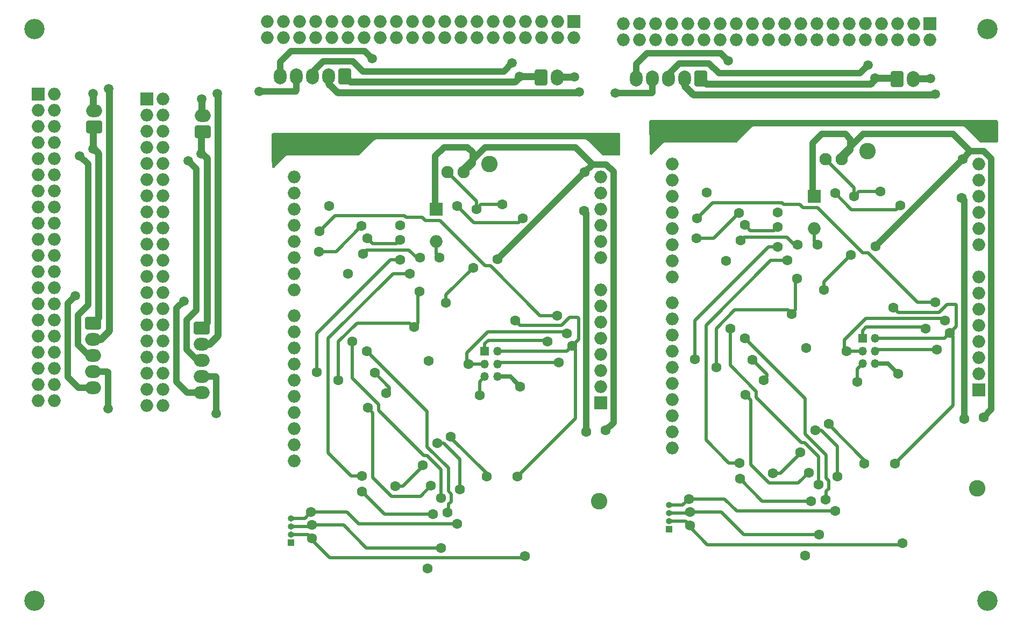
<source format=gbr>
%TF.GenerationSoftware,KiCad,Pcbnew,(6.0.5)*%
%TF.CreationDate,2022-06-30T10:20:44+01:00*%
%TF.ProjectId,Intern_PCB_FAB,496e7465-726e-45f5-9043-425f4641422e,rev?*%
%TF.SameCoordinates,Original*%
%TF.FileFunction,Copper,L2,Bot*%
%TF.FilePolarity,Positive*%
%FSLAX46Y46*%
G04 Gerber Fmt 4.6, Leading zero omitted, Abs format (unit mm)*
G04 Created by KiCad (PCBNEW (6.0.5)) date 2022-06-30 10:20:44*
%MOMM*%
%LPD*%
G01*
G04 APERTURE LIST*
G04 Aperture macros list*
%AMRoundRect*
0 Rectangle with rounded corners*
0 $1 Rounding radius*
0 $2 $3 $4 $5 $6 $7 $8 $9 X,Y pos of 4 corners*
0 Add a 4 corners polygon primitive as box body*
4,1,4,$2,$3,$4,$5,$6,$7,$8,$9,$2,$3,0*
0 Add four circle primitives for the rounded corners*
1,1,$1+$1,$2,$3*
1,1,$1+$1,$4,$5*
1,1,$1+$1,$6,$7*
1,1,$1+$1,$8,$9*
0 Add four rect primitives between the rounded corners*
20,1,$1+$1,$2,$3,$4,$5,0*
20,1,$1+$1,$4,$5,$6,$7,0*
20,1,$1+$1,$6,$7,$8,$9,0*
20,1,$1+$1,$8,$9,$2,$3,0*%
G04 Aperture macros list end*
%TA.AperFunction,ComponentPad*%
%ADD10C,2.600000*%
%TD*%
%TA.AperFunction,ComponentPad*%
%ADD11RoundRect,0.287356X0.962644X-0.712644X0.962644X0.712644X-0.962644X0.712644X-0.962644X-0.712644X0*%
%TD*%
%TA.AperFunction,ComponentPad*%
%ADD12O,2.500000X2.000000*%
%TD*%
%TA.AperFunction,ComponentPad*%
%ADD13RoundRect,0.287356X-0.712644X-0.962644X0.712644X-0.962644X0.712644X0.962644X-0.712644X0.962644X0*%
%TD*%
%TA.AperFunction,ComponentPad*%
%ADD14O,2.000000X2.500000*%
%TD*%
%TA.AperFunction,ComponentPad*%
%ADD15R,2.000000X2.000000*%
%TD*%
%TA.AperFunction,ComponentPad*%
%ADD16O,2.000000X2.000000*%
%TD*%
%TA.AperFunction,ComponentPad*%
%ADD17RoundRect,0.287356X-0.962644X0.712644X-0.962644X-0.712644X0.962644X-0.712644X0.962644X0.712644X0*%
%TD*%
%TA.AperFunction,ComponentPad*%
%ADD18RoundRect,0.287356X0.712644X0.962644X-0.712644X0.962644X-0.712644X-0.962644X0.712644X-0.962644X0*%
%TD*%
%TA.AperFunction,ComponentPad*%
%ADD19R,2.100000X2.100000*%
%TD*%
%TA.AperFunction,ComponentPad*%
%ADD20C,1.950000*%
%TD*%
%TA.AperFunction,WasherPad*%
%ADD21C,3.200000*%
%TD*%
%TA.AperFunction,ComponentPad*%
%ADD22R,1.350000X1.350000*%
%TD*%
%TA.AperFunction,ComponentPad*%
%ADD23O,1.350000X1.350000*%
%TD*%
%TA.AperFunction,ComponentPad*%
%ADD24R,1.000000X1.000000*%
%TD*%
%TA.AperFunction,ComponentPad*%
%ADD25O,1.000000X1.000000*%
%TD*%
%TA.AperFunction,ViaPad*%
%ADD26C,1.600000*%
%TD*%
%TA.AperFunction,ViaPad*%
%ADD27C,1.500000*%
%TD*%
%TA.AperFunction,Conductor*%
%ADD28C,1.000000*%
%TD*%
%TA.AperFunction,Conductor*%
%ADD29C,0.500000*%
%TD*%
%TA.AperFunction,Conductor*%
%ADD30C,1.100000*%
%TD*%
%TA.AperFunction,Conductor*%
%ADD31C,0.350000*%
%TD*%
%TA.AperFunction,Conductor*%
%ADD32C,1.300000*%
%TD*%
%TA.AperFunction,Conductor*%
%ADD33C,0.650000*%
%TD*%
G04 APERTURE END LIST*
D10*
%TO.P,J5,1,Pin_1*%
%TO.N,N/C*%
X228686111Y-126725560D03*
%TD*%
%TO.P,J7,1,Pin_1*%
%TO.N,N/C*%
X211414111Y-73639560D03*
%TD*%
D11*
%TO.P,J1,1,Pin_1*%
%TO.N,N/C*%
X106758111Y-70604560D03*
D12*
%TO.P,J1,2,Pin_2*%
X106758111Y-68064560D03*
%TD*%
D13*
%TO.P,J1,1,Pin_1*%
%TO.N,N/C*%
X216110965Y-62334540D03*
D14*
%TO.P,J1,2,Pin_2*%
X218650965Y-62334540D03*
%TD*%
D15*
%TO.P,D4,1,A*%
%TO.N,N/C*%
X203032111Y-80751560D03*
D16*
%TO.P,D4,2,K*%
X203032111Y-85831560D03*
%TD*%
D17*
%TO.P,J2,1,Pin_1*%
%TO.N,N/C*%
X106592111Y-101510560D03*
D12*
%TO.P,J2,2,Pin_2*%
X106592111Y-104050560D03*
%TO.P,J2,3,Pin_3*%
X106592111Y-106590560D03*
%TO.P,J2,4,Pin_4*%
X106592111Y-109130560D03*
%TO.P,J2,5,Pin_5*%
X106592111Y-111670560D03*
%TD*%
D18*
%TO.P,J2,1,Pin_1*%
%TO.N,N/C*%
X129165111Y-61859560D03*
D14*
%TO.P,J2,2,Pin_2*%
X126625111Y-61859560D03*
%TO.P,J2,3,Pin_3*%
X124085111Y-61859560D03*
%TO.P,J2,4,Pin_4*%
X121545111Y-61859560D03*
%TO.P,J2,5,Pin_5*%
X119005111Y-61859560D03*
%TD*%
D19*
%TO.P,J3,1,3V3*%
%TO.N,N/C*%
X80890455Y-64647735D03*
D16*
%TO.P,J3,2,5V*%
X83430455Y-64647735D03*
%TO.P,J3,3,SDA/GPIO2*%
X80890455Y-67187735D03*
%TO.P,J3,4,5V*%
X83430455Y-67187735D03*
%TO.P,J3,5,SCL/GPIO3*%
X80890455Y-69727735D03*
%TO.P,J3,6,GND*%
X83430455Y-69727735D03*
%TO.P,J3,7,GCLK0/GPIO4*%
X80890455Y-72267735D03*
%TO.P,J3,8,GPIO14/TXD*%
X83430455Y-72267735D03*
%TO.P,J3,9,GND*%
X80890455Y-74807735D03*
%TO.P,J3,10,GPIO15/RXD*%
X83430455Y-74807735D03*
%TO.P,J3,11,GPIO17*%
X80890455Y-77347735D03*
%TO.P,J3,12,GPIO18/PWM0*%
X83430455Y-77347735D03*
%TO.P,J3,13,GPIO27*%
X80890455Y-79887735D03*
%TO.P,J3,14,GND*%
X83430455Y-79887735D03*
%TO.P,J3,15,GPIO22*%
X80890455Y-82427735D03*
%TO.P,J3,16,GPIO23*%
X83430455Y-82427735D03*
%TO.P,J3,17,3V3*%
X80890455Y-84967735D03*
%TO.P,J3,18,GPIO24*%
X83430455Y-84967735D03*
%TO.P,J3,19,MOSI0/GPIO10*%
X80890455Y-87507735D03*
%TO.P,J3,20,GND*%
X83430455Y-87507735D03*
%TO.P,J3,21,MISO0/GPIO9*%
X80890455Y-90047735D03*
%TO.P,J3,22,GPIO25*%
X83430455Y-90047735D03*
%TO.P,J3,23,SCLK0/GPIO11*%
X80890455Y-92587735D03*
%TO.P,J3,24,~{CE0}/GPIO8*%
X83430455Y-92587735D03*
%TO.P,J3,25,GND*%
X80890455Y-95127735D03*
%TO.P,J3,26,~{CE1}/GPIO7*%
X83430455Y-95127735D03*
%TO.P,J3,27,ID_SD/GPIO0*%
X80890455Y-97667735D03*
%TO.P,J3,28,ID_SC/GPIO1*%
X83430455Y-97667735D03*
%TO.P,J3,29,GCLK1/GPIO5*%
X80890455Y-100207735D03*
%TO.P,J3,30,GND*%
X83430455Y-100207735D03*
%TO.P,J3,31,GCLK2/GPIO6*%
X80890455Y-102747735D03*
%TO.P,J3,32,PWM0/GPIO12*%
X83430455Y-102747735D03*
%TO.P,J3,33,PWM1/GPIO13*%
X80890455Y-105287735D03*
%TO.P,J3,34,GND*%
X83430455Y-105287735D03*
%TO.P,J3,35,GPIO19/MISO1*%
X80890455Y-107827735D03*
%TO.P,J3,36,GPIO16*%
X83430455Y-107827735D03*
%TO.P,J3,37,GPIO26*%
X80890455Y-110367735D03*
%TO.P,J3,38,GPIO20/MOSI1*%
X83430455Y-110367735D03*
%TO.P,J3,39,GND*%
X80890455Y-112907735D03*
%TO.P,J3,40,GPIO21/SCLK1*%
X83430455Y-112907735D03*
%TD*%
D20*
%TO.P,J2,1,Pin_1*%
%TO.N,N/C*%
X147894111Y-76961600D03*
%TO.P,J2,2,Pin_2*%
X145354111Y-76961600D03*
%TD*%
D15*
%TO.P,A1,1,NC*%
%TO.N,N/C*%
X228940111Y-111231560D03*
D16*
%TO.P,A1,2,IOREF*%
X228940111Y-108691560D03*
%TO.P,A1,3,~{RESET}*%
X228940111Y-106151560D03*
%TO.P,A1,4,3V3*%
X228940111Y-103611560D03*
%TO.P,A1,5,5V*%
X228940111Y-101071560D03*
%TO.P,A1,6,GND*%
X228940111Y-98531560D03*
%TO.P,A1,7,GND*%
X228940111Y-95991560D03*
%TO.P,A1,8,Vin*%
X228940111Y-93451560D03*
%TO.P,A1,9,IS_1*%
X228940111Y-88371560D03*
%TO.P,A1,10,IS_2*%
X228940111Y-85831560D03*
%TO.P,A1,11,A2*%
X228940111Y-83291560D03*
%TO.P,A1,12,A3*%
X228940111Y-80751560D03*
%TO.P,A1,13,A4*%
X228940111Y-78211560D03*
%TO.P,A1,14,A5*%
X228940111Y-75671560D03*
%TO.P,A1,15,D0/RX*%
X180680111Y-75671560D03*
%TO.P,A1,16,D1/TX*%
X180680111Y-78211560D03*
%TO.P,A1,17,D2*%
X180680111Y-80751560D03*
%TO.P,A1,18,IN_1*%
X180680111Y-83291560D03*
%TO.P,A1,19,D4*%
X180680111Y-85831560D03*
%TO.P,A1,20,D5*%
X180680111Y-88371560D03*
%TO.P,A1,21,D6*%
X180680111Y-90911560D03*
%TO.P,A1,22,D7*%
X180680111Y-93451560D03*
%TO.P,A1,23,D8*%
X180680111Y-97511560D03*
%TO.P,A1,24,D9*%
X180680111Y-100051560D03*
%TO.P,A1,25,D10*%
X180680111Y-102591560D03*
%TO.P,A1,26,IN_2*%
X180680111Y-105131560D03*
%TO.P,A1,27,INH_1*%
X180680111Y-107671560D03*
%TO.P,A1,28,INH_2*%
X180680111Y-110211560D03*
%TO.P,A1,29,GND*%
X180680111Y-112751560D03*
%TO.P,A1,30,AREF*%
X180680111Y-115291560D03*
%TO.P,A1,31,SDA/A4*%
X180680111Y-117831560D03*
%TO.P,A1,32,SCL/A5*%
X180680111Y-120371560D03*
%TD*%
D19*
%TO.P,J3,1,3V3*%
%TO.N,N/C*%
X165244111Y-53241560D03*
D16*
%TO.P,J3,2,5V*%
X165244111Y-55781560D03*
%TO.P,J3,3,SDA/GPIO2*%
X162704111Y-53241560D03*
%TO.P,J3,4,5V*%
X162704111Y-55781560D03*
%TO.P,J3,5,SCL/GPIO3*%
X160164111Y-53241560D03*
%TO.P,J3,6,GND*%
X160164111Y-55781560D03*
%TO.P,J3,7,GCLK0/GPIO4*%
X157624111Y-53241560D03*
%TO.P,J3,8,GPIO14/TXD*%
X157624111Y-55781560D03*
%TO.P,J3,9,GND*%
X155084111Y-53241560D03*
%TO.P,J3,10,GPIO15/RXD*%
X155084111Y-55781560D03*
%TO.P,J3,11,GPIO17*%
X152544111Y-53241560D03*
%TO.P,J3,12,GPIO18/PWM0*%
X152544111Y-55781560D03*
%TO.P,J3,13,GPIO27*%
X150004111Y-53241560D03*
%TO.P,J3,14,GND*%
X150004111Y-55781560D03*
%TO.P,J3,15,GPIO22*%
X147464111Y-53241560D03*
%TO.P,J3,16,GPIO23*%
X147464111Y-55781560D03*
%TO.P,J3,17,3V3*%
X144924111Y-53241560D03*
%TO.P,J3,18,GPIO24*%
X144924111Y-55781560D03*
%TO.P,J3,19,MOSI0/GPIO10*%
X142384111Y-53241560D03*
%TO.P,J3,20,GND*%
X142384111Y-55781560D03*
%TO.P,J3,21,MISO0/GPIO9*%
X139844111Y-53241560D03*
%TO.P,J3,22,GPIO25*%
X139844111Y-55781560D03*
%TO.P,J3,23,SCLK0/GPIO11*%
X137304111Y-53241560D03*
%TO.P,J3,24,~{CE0}/GPIO8*%
X137304111Y-55781560D03*
%TO.P,J3,25,GND*%
X134764111Y-53241560D03*
%TO.P,J3,26,~{CE1}/GPIO7*%
X134764111Y-55781560D03*
%TO.P,J3,27,ID_SD/GPIO0*%
X132224111Y-53241560D03*
%TO.P,J3,28,ID_SC/GPIO1*%
X132224111Y-55781560D03*
%TO.P,J3,29,GCLK1/GPIO5*%
X129684111Y-53241560D03*
%TO.P,J3,30,GND*%
X129684111Y-55781560D03*
%TO.P,J3,31,GCLK2/GPIO6*%
X127144111Y-53241560D03*
%TO.P,J3,32,PWM0/GPIO12*%
X127144111Y-55781560D03*
%TO.P,J3,33,PWM1/GPIO13*%
X124604111Y-53241560D03*
%TO.P,J3,34,GND*%
X124604111Y-55781560D03*
%TO.P,J3,35,GPIO19/MISO1*%
X122064111Y-53241560D03*
%TO.P,J3,36,GPIO16*%
X122064111Y-55781560D03*
%TO.P,J3,37,GPIO26*%
X119524111Y-53241560D03*
%TO.P,J3,38,GPIO20/MOSI1*%
X119524111Y-55781560D03*
%TO.P,J3,39,GND*%
X116984111Y-53241560D03*
%TO.P,J3,40,GPIO21/SCLK1*%
X116984111Y-55781560D03*
%TD*%
D20*
%TO.P,J2,1,Pin_1*%
%TO.N,N/C*%
X207350111Y-74909560D03*
%TO.P,J2,2,Pin_2*%
X204810111Y-74909560D03*
%TD*%
D17*
%TO.P,J2,1,Pin_1*%
%TO.N,N/C*%
X89508455Y-100726735D03*
D12*
%TO.P,J2,2,Pin_2*%
X89508455Y-103266735D03*
%TO.P,J2,3,Pin_3*%
X89508455Y-105806735D03*
%TO.P,J2,4,Pin_4*%
X89508455Y-108346735D03*
%TO.P,J2,5,Pin_5*%
X89508455Y-110886735D03*
%TD*%
D13*
%TO.P,J1,1,Pin_1*%
%TO.N,N/C*%
X160071111Y-62025560D03*
D14*
%TO.P,J1,2,Pin_2*%
X162611111Y-62025560D03*
%TD*%
D11*
%TO.P,J1,1,Pin_1*%
%TO.N,N/C*%
X89674455Y-69820735D03*
D12*
%TO.P,J1,2,Pin_2*%
X89674455Y-67280735D03*
%TD*%
D15*
%TO.P,D4,1,A*%
%TO.N,N/C*%
X143576111Y-82803600D03*
D16*
%TO.P,D4,2,K*%
X143576111Y-87883600D03*
%TD*%
D21*
%TO.P,REF\u002A\u002A,*%
%TO.N,*%
X80314111Y-144451560D03*
%TD*%
%TO.P,REF\u002A\u002A,*%
%TO.N,*%
X230314111Y-54451560D03*
%TD*%
D10*
%TO.P,J5,1,Pin_1*%
%TO.N,N/C*%
X169230111Y-128777600D03*
%TD*%
D22*
%TO.P,J1,1,MISO*%
%TO.N,N/C*%
X151196111Y-105155600D03*
D23*
%TO.P,J1,2,VCC*%
X153196111Y-105155600D03*
%TO.P,J1,3,SCK*%
X151196111Y-107155600D03*
%TO.P,J1,4,MOSI*%
X153196111Y-107155600D03*
%TO.P,J1,5,~{RST}*%
X151196111Y-109155600D03*
%TO.P,J1,6,GND*%
X153196111Y-109155600D03*
%TD*%
D22*
%TO.P,J1,1,MISO*%
%TO.N,N/C*%
X210652111Y-103103560D03*
D23*
%TO.P,J1,2,VCC*%
X212652111Y-103103560D03*
%TO.P,J1,3,SCK*%
X210652111Y-105103560D03*
%TO.P,J1,4,MOSI*%
X212652111Y-105103560D03*
%TO.P,J1,5,~{RST}*%
X210652111Y-107103560D03*
%TO.P,J1,6,GND*%
X212652111Y-107103560D03*
%TD*%
D24*
%TO.P,J4,1,Pin_1*%
%TO.N,N/C*%
X120716111Y-135249600D03*
D25*
%TO.P,J4,2,Pin_2*%
X120716111Y-133979600D03*
%TO.P,J4,3,Pin_3*%
X120716111Y-132709600D03*
%TO.P,J4,4,Pin_4*%
X120716111Y-131439600D03*
%TD*%
D19*
%TO.P,J3,1,3V3*%
%TO.N,N/C*%
X221283965Y-53550540D03*
D16*
%TO.P,J3,2,5V*%
X221283965Y-56090540D03*
%TO.P,J3,3,SDA/GPIO2*%
X218743965Y-53550540D03*
%TO.P,J3,4,5V*%
X218743965Y-56090540D03*
%TO.P,J3,5,SCL/GPIO3*%
X216203965Y-53550540D03*
%TO.P,J3,6,GND*%
X216203965Y-56090540D03*
%TO.P,J3,7,GCLK0/GPIO4*%
X213663965Y-53550540D03*
%TO.P,J3,8,GPIO14/TXD*%
X213663965Y-56090540D03*
%TO.P,J3,9,GND*%
X211123965Y-53550540D03*
%TO.P,J3,10,GPIO15/RXD*%
X211123965Y-56090540D03*
%TO.P,J3,11,GPIO17*%
X208583965Y-53550540D03*
%TO.P,J3,12,GPIO18/PWM0*%
X208583965Y-56090540D03*
%TO.P,J3,13,GPIO27*%
X206043965Y-53550540D03*
%TO.P,J3,14,GND*%
X206043965Y-56090540D03*
%TO.P,J3,15,GPIO22*%
X203503965Y-53550540D03*
%TO.P,J3,16,GPIO23*%
X203503965Y-56090540D03*
%TO.P,J3,17,3V3*%
X200963965Y-53550540D03*
%TO.P,J3,18,GPIO24*%
X200963965Y-56090540D03*
%TO.P,J3,19,MOSI0/GPIO10*%
X198423965Y-53550540D03*
%TO.P,J3,20,GND*%
X198423965Y-56090540D03*
%TO.P,J3,21,MISO0/GPIO9*%
X195883965Y-53550540D03*
%TO.P,J3,22,GPIO25*%
X195883965Y-56090540D03*
%TO.P,J3,23,SCLK0/GPIO11*%
X193343965Y-53550540D03*
%TO.P,J3,24,~{CE0}/GPIO8*%
X193343965Y-56090540D03*
%TO.P,J3,25,GND*%
X190803965Y-53550540D03*
%TO.P,J3,26,~{CE1}/GPIO7*%
X190803965Y-56090540D03*
%TO.P,J3,27,ID_SD/GPIO0*%
X188263965Y-53550540D03*
%TO.P,J3,28,ID_SC/GPIO1*%
X188263965Y-56090540D03*
%TO.P,J3,29,GCLK1/GPIO5*%
X185723965Y-53550540D03*
%TO.P,J3,30,GND*%
X185723965Y-56090540D03*
%TO.P,J3,31,GCLK2/GPIO6*%
X183183965Y-53550540D03*
%TO.P,J3,32,PWM0/GPIO12*%
X183183965Y-56090540D03*
%TO.P,J3,33,PWM1/GPIO13*%
X180643965Y-53550540D03*
%TO.P,J3,34,GND*%
X180643965Y-56090540D03*
%TO.P,J3,35,GPIO19/MISO1*%
X178103965Y-53550540D03*
%TO.P,J3,36,GPIO16*%
X178103965Y-56090540D03*
%TO.P,J3,37,GPIO26*%
X175563965Y-53550540D03*
%TO.P,J3,38,GPIO20/MOSI1*%
X175563965Y-56090540D03*
%TO.P,J3,39,GND*%
X173023965Y-53550540D03*
%TO.P,J3,40,GPIO21/SCLK1*%
X173023965Y-56090540D03*
%TD*%
D24*
%TO.P,J4,1,Pin_1*%
%TO.N,N/C*%
X180172111Y-133197560D03*
D25*
%TO.P,J4,2,Pin_2*%
X180172111Y-131927560D03*
%TO.P,J4,3,Pin_3*%
X180172111Y-130657560D03*
%TO.P,J4,4,Pin_4*%
X180172111Y-129387560D03*
%TD*%
D21*
%TO.P,REF\u002A\u002A,*%
%TO.N,*%
X80314111Y-54451560D03*
%TD*%
%TO.P,REF\u002A\u002A,*%
%TO.N,*%
X230314111Y-144451560D03*
%TD*%
D18*
%TO.P,J2,1,Pin_1*%
%TO.N,N/C*%
X185204965Y-62168540D03*
D14*
%TO.P,J2,2,Pin_2*%
X182664965Y-62168540D03*
%TO.P,J2,3,Pin_3*%
X180124965Y-62168540D03*
%TO.P,J2,4,Pin_4*%
X177584965Y-62168540D03*
%TO.P,J2,5,Pin_5*%
X175044965Y-62168540D03*
%TD*%
D15*
%TO.P,A1,1,NC*%
%TO.N,N/C*%
X169484111Y-113283600D03*
D16*
%TO.P,A1,2,IOREF*%
X169484111Y-110743600D03*
%TO.P,A1,3,~{RESET}*%
X169484111Y-108203600D03*
%TO.P,A1,4,3V3*%
X169484111Y-105663600D03*
%TO.P,A1,5,5V*%
X169484111Y-103123600D03*
%TO.P,A1,6,GND*%
X169484111Y-100583600D03*
%TO.P,A1,7,GND*%
X169484111Y-98043600D03*
%TO.P,A1,8,Vin*%
X169484111Y-95503600D03*
%TO.P,A1,9,IS_1*%
X169484111Y-90423600D03*
%TO.P,A1,10,IS_2*%
X169484111Y-87883600D03*
%TO.P,A1,11,A2*%
X169484111Y-85343600D03*
%TO.P,A1,12,A3*%
X169484111Y-82803600D03*
%TO.P,A1,13,A4*%
X169484111Y-80263600D03*
%TO.P,A1,14,A5*%
X169484111Y-77723600D03*
%TO.P,A1,15,D0/RX*%
X121224111Y-77723600D03*
%TO.P,A1,16,D1/TX*%
X121224111Y-80263600D03*
%TO.P,A1,17,D2*%
X121224111Y-82803600D03*
%TO.P,A1,18,IN_1*%
X121224111Y-85343600D03*
%TO.P,A1,19,D4*%
X121224111Y-87883600D03*
%TO.P,A1,20,D5*%
X121224111Y-90423600D03*
%TO.P,A1,21,D6*%
X121224111Y-92963600D03*
%TO.P,A1,22,D7*%
X121224111Y-95503600D03*
%TO.P,A1,23,D8*%
X121224111Y-99563600D03*
%TO.P,A1,24,D9*%
X121224111Y-102103600D03*
%TO.P,A1,25,D10*%
X121224111Y-104643600D03*
%TO.P,A1,26,IN_2*%
X121224111Y-107183600D03*
%TO.P,A1,27,INH_1*%
X121224111Y-109723600D03*
%TO.P,A1,28,INH_2*%
X121224111Y-112263600D03*
%TO.P,A1,29,GND*%
X121224111Y-114803600D03*
%TO.P,A1,30,AREF*%
X121224111Y-117343600D03*
%TO.P,A1,31,SDA/A4*%
X121224111Y-119883600D03*
%TO.P,A1,32,SCL/A5*%
X121224111Y-122423600D03*
%TD*%
D19*
%TO.P,J3,1,3V3*%
%TO.N,N/C*%
X97974111Y-65431560D03*
D16*
%TO.P,J3,2,5V*%
X100514111Y-65431560D03*
%TO.P,J3,3,SDA/GPIO2*%
X97974111Y-67971560D03*
%TO.P,J3,4,5V*%
X100514111Y-67971560D03*
%TO.P,J3,5,SCL/GPIO3*%
X97974111Y-70511560D03*
%TO.P,J3,6,GND*%
X100514111Y-70511560D03*
%TO.P,J3,7,GCLK0/GPIO4*%
X97974111Y-73051560D03*
%TO.P,J3,8,GPIO14/TXD*%
X100514111Y-73051560D03*
%TO.P,J3,9,GND*%
X97974111Y-75591560D03*
%TO.P,J3,10,GPIO15/RXD*%
X100514111Y-75591560D03*
%TO.P,J3,11,GPIO17*%
X97974111Y-78131560D03*
%TO.P,J3,12,GPIO18/PWM0*%
X100514111Y-78131560D03*
%TO.P,J3,13,GPIO27*%
X97974111Y-80671560D03*
%TO.P,J3,14,GND*%
X100514111Y-80671560D03*
%TO.P,J3,15,GPIO22*%
X97974111Y-83211560D03*
%TO.P,J3,16,GPIO23*%
X100514111Y-83211560D03*
%TO.P,J3,17,3V3*%
X97974111Y-85751560D03*
%TO.P,J3,18,GPIO24*%
X100514111Y-85751560D03*
%TO.P,J3,19,MOSI0/GPIO10*%
X97974111Y-88291560D03*
%TO.P,J3,20,GND*%
X100514111Y-88291560D03*
%TO.P,J3,21,MISO0/GPIO9*%
X97974111Y-90831560D03*
%TO.P,J3,22,GPIO25*%
X100514111Y-90831560D03*
%TO.P,J3,23,SCLK0/GPIO11*%
X97974111Y-93371560D03*
%TO.P,J3,24,~{CE0}/GPIO8*%
X100514111Y-93371560D03*
%TO.P,J3,25,GND*%
X97974111Y-95911560D03*
%TO.P,J3,26,~{CE1}/GPIO7*%
X100514111Y-95911560D03*
%TO.P,J3,27,ID_SD/GPIO0*%
X97974111Y-98451560D03*
%TO.P,J3,28,ID_SC/GPIO1*%
X100514111Y-98451560D03*
%TO.P,J3,29,GCLK1/GPIO5*%
X97974111Y-100991560D03*
%TO.P,J3,30,GND*%
X100514111Y-100991560D03*
%TO.P,J3,31,GCLK2/GPIO6*%
X97974111Y-103531560D03*
%TO.P,J3,32,PWM0/GPIO12*%
X100514111Y-103531560D03*
%TO.P,J3,33,PWM1/GPIO13*%
X97974111Y-106071560D03*
%TO.P,J3,34,GND*%
X100514111Y-106071560D03*
%TO.P,J3,35,GPIO19/MISO1*%
X97974111Y-108611560D03*
%TO.P,J3,36,GPIO16*%
X100514111Y-108611560D03*
%TO.P,J3,37,GPIO26*%
X97974111Y-111151560D03*
%TO.P,J3,38,GPIO20/MOSI1*%
X100514111Y-111151560D03*
%TO.P,J3,39,GND*%
X97974111Y-113691560D03*
%TO.P,J3,40,GPIO21/SCLK1*%
X100514111Y-113691560D03*
%TD*%
D10*
%TO.P,J7,1,Pin_1*%
%TO.N,N/C*%
X151958111Y-75691600D03*
%TD*%
D26*
%TO.N,*%
X153228111Y-90677600D03*
D27*
X89497455Y-73264735D03*
D26*
X186115711Y-80192760D03*
X125161111Y-86258000D03*
X149869450Y-82765587D03*
X132654111Y-105146580D03*
D27*
X211545965Y-60093540D03*
D26*
X203204457Y-117561614D03*
X206334111Y-80243560D03*
X206725341Y-124857215D03*
X222078822Y-97454183D03*
X166944111Y-76961600D03*
X131757831Y-85427153D03*
X226654111Y-115803560D03*
X141441011Y-123102381D03*
X139410711Y-92903867D03*
X140050927Y-101314784D03*
X192130747Y-85263809D03*
X145354111Y-130555600D03*
X196581611Y-124368850D03*
X156022111Y-100304100D03*
D27*
X171760965Y-64523540D03*
D26*
X204556111Y-95483560D03*
X144084111Y-90423600D03*
X197317211Y-85569975D03*
X170246111Y-117601600D03*
D27*
X155506111Y-59784560D03*
D26*
X123852567Y-130427132D03*
X147269341Y-126909255D03*
X229702111Y-115549560D03*
X140960211Y-90423600D03*
X206334111Y-130281560D03*
D27*
X222132965Y-64621540D03*
D26*
X209841011Y-109996154D03*
X125050100Y-89429567D03*
X216593677Y-82171116D03*
X189138311Y-90911560D03*
D27*
X104517111Y-75169560D03*
D26*
X191329292Y-122710643D03*
X226275105Y-80975230D03*
X143748457Y-119613654D03*
X130368111Y-103631600D03*
X192201494Y-112008352D03*
X195107311Y-109682160D03*
X140932910Y-95730526D03*
X199506927Y-99262744D03*
D27*
X86735455Y-96435735D03*
D26*
X148656111Y-107187600D03*
X137861211Y-85333719D03*
X146878111Y-132333600D03*
D27*
X89562455Y-64609735D03*
D26*
X143068111Y-130784100D03*
D27*
X189495965Y-59395540D03*
X221321965Y-62222540D03*
D26*
X215478111Y-98252060D03*
X131892111Y-127253600D03*
D27*
X156627111Y-61848560D03*
D26*
X135651311Y-111734200D03*
X150385011Y-112048194D03*
X202189973Y-124239918D03*
X151500911Y-124866100D03*
X142733973Y-126291958D03*
X142355211Y-106679600D03*
X224377235Y-102264982D03*
X167198111Y-117855600D03*
X184236111Y-106405560D03*
X126659711Y-82244800D03*
X201660511Y-137291960D03*
D27*
X103819111Y-97219560D03*
X212666965Y-62157540D03*
D26*
X132674747Y-87315849D03*
D27*
X91961455Y-63798735D03*
X166093111Y-64312560D03*
D26*
X145868103Y-118586208D03*
X137861211Y-87622015D03*
X189824111Y-101579560D03*
X213446111Y-79989560D03*
X204810111Y-128503560D03*
X124780111Y-108457600D03*
X216947401Y-135350747D03*
X197317211Y-83281679D03*
X220558111Y-101554060D03*
X203794111Y-134040660D03*
X191213831Y-83375113D03*
D27*
X106581111Y-74048560D03*
D26*
X166819105Y-83027270D03*
X142204511Y-139344000D03*
D27*
X133456111Y-59086560D03*
D26*
X198866711Y-90851827D03*
X203746553Y-126156955D03*
X164145100Y-102330788D03*
X183474111Y-132567560D03*
D27*
X91863455Y-114170735D03*
D26*
X124018111Y-132520097D03*
X157137677Y-84223156D03*
X205324103Y-116534168D03*
X203540111Y-88371560D03*
X145100111Y-97535600D03*
X137125611Y-126420890D03*
X192110111Y-103094540D03*
X128157091Y-109727600D03*
X222336111Y-104881560D03*
X131992611Y-89772982D03*
X161102111Y-103606100D03*
X200416211Y-88371560D03*
D27*
X115721111Y-64214560D03*
D26*
X202524111Y-128732060D03*
X215754099Y-122817472D03*
X226400111Y-74909560D03*
X208820198Y-89944595D03*
X131873292Y-124762683D03*
X124018111Y-134619600D03*
D27*
X165282111Y-61913560D03*
D26*
X137861211Y-90775579D03*
X156784111Y-110743600D03*
X210956911Y-122814060D03*
X216240111Y-108691560D03*
X209325450Y-80713547D03*
X200897011Y-121050341D03*
X129682311Y-92963600D03*
X212684111Y-88625560D03*
D27*
X108947111Y-114954560D03*
D26*
X187613091Y-107675560D03*
X149364198Y-91996635D03*
D27*
X109045111Y-64582560D03*
D26*
X162880111Y-106933600D03*
X132745494Y-114060392D03*
X208112111Y-105135560D03*
X153990111Y-82041600D03*
D27*
X87433455Y-74385735D03*
D26*
X164921235Y-104317022D03*
X133848959Y-108532752D03*
X146878111Y-82295600D03*
X200388910Y-93678486D03*
X183308567Y-128375092D03*
D27*
X106646111Y-65393560D03*
D26*
X191448611Y-87720942D03*
X184506100Y-87377527D03*
X201811211Y-104627560D03*
X197317211Y-88723539D03*
X144290553Y-128208995D03*
X144338111Y-136092700D03*
X157491401Y-137402787D03*
X191348111Y-125201560D03*
X184617111Y-84205960D03*
X193304959Y-106480712D03*
X156298099Y-124869512D03*
X223601100Y-100278748D03*
X162622822Y-99506223D03*
X183474111Y-130468057D03*
%TD*%
D28*
%TO.N,*%
X102643071Y-98395600D02*
X102643071Y-109971520D01*
D29*
X191348111Y-125201560D02*
X194878611Y-128732060D01*
X165440600Y-115727011D02*
X165440600Y-104836387D01*
X136184711Y-111200800D02*
X135651311Y-111734200D01*
X199910556Y-88371560D02*
X198713035Y-87174039D01*
X163870901Y-102056589D02*
X164145100Y-102330788D01*
D30*
X222020445Y-64734060D02*
X184045485Y-64734060D01*
D28*
X167198111Y-117855600D02*
X167198111Y-83406276D01*
D29*
X148656111Y-107187600D02*
X148376711Y-106908200D01*
D30*
X109157631Y-102670040D02*
X107777111Y-104050560D01*
X90693455Y-103266735D02*
X89508455Y-103266735D01*
D29*
X165807941Y-99796089D02*
X165948600Y-99936748D01*
X193304959Y-106480712D02*
X195640711Y-108816464D01*
D31*
X89430327Y-105806735D02*
X89508455Y-105806735D01*
D28*
X102643071Y-109971520D02*
X104342111Y-111670560D01*
D29*
X151181547Y-107155600D02*
X151196111Y-107155600D01*
X189824111Y-101579560D02*
X189824111Y-107339965D01*
D31*
X89258455Y-110886735D02*
X89508455Y-110886735D01*
D29*
X201538836Y-119500840D02*
X203746553Y-121708557D01*
X151196111Y-109155600D02*
X150385011Y-109966700D01*
X159865408Y-99506223D02*
X152065821Y-91706636D01*
X195640711Y-109148760D02*
X195107311Y-109682160D01*
X122840099Y-131439600D02*
X123852567Y-130427132D01*
D28*
X176744005Y-58219500D02*
X175044965Y-59918540D01*
D29*
X208112111Y-105135560D02*
X210605547Y-105135560D01*
D28*
X181795316Y-59819020D02*
X180124965Y-61489371D01*
D29*
X191995514Y-87174039D02*
X191448611Y-87720942D01*
X146878111Y-132333600D02*
X131384111Y-132333600D01*
X198713035Y-87174039D02*
X191995514Y-87174039D01*
D30*
X107458111Y-100644560D02*
X106592111Y-101510560D01*
D28*
X115721111Y-64214560D02*
X121440111Y-64214560D01*
X148473813Y-73022079D02*
X144774409Y-73022079D01*
X85559415Y-109187695D02*
X87258455Y-110886735D01*
D30*
X92073975Y-63911255D02*
X92073975Y-101886215D01*
D29*
X186242711Y-135590160D02*
X183474111Y-132821560D01*
X191964552Y-134040660D02*
X188391949Y-130468057D01*
D28*
X120704151Y-57910520D02*
X119005111Y-59609560D01*
D29*
X200126509Y-93940887D02*
X200126509Y-98643162D01*
X148656111Y-107187600D02*
X151149547Y-107187600D01*
X89696455Y-69842735D02*
X89674455Y-69820735D01*
D28*
X188319925Y-58219500D02*
X176744005Y-58219500D01*
D30*
X89562455Y-64609735D02*
X89562455Y-67168735D01*
D29*
X138287321Y-126420890D02*
X137125611Y-126420890D01*
D28*
X88829286Y-105806735D02*
X89508455Y-105806735D01*
D29*
X191329292Y-122710643D02*
X189619194Y-122710643D01*
X145354111Y-130555600D02*
X145508790Y-130400921D01*
X138792433Y-84073600D02*
X138503041Y-83784208D01*
D30*
X185215965Y-62157540D02*
X185204965Y-62168540D01*
D29*
X138503041Y-83784208D02*
X127634903Y-83784208D01*
D28*
X88724935Y-97873629D02*
X87158935Y-99439629D01*
D29*
X188391949Y-130468057D02*
X183474111Y-130468057D01*
D28*
X125755462Y-59510040D02*
X124085111Y-61180391D01*
D29*
X153990111Y-82041600D02*
X150593437Y-82041600D01*
D28*
X132280071Y-57910520D02*
X120704151Y-57910520D01*
D29*
X208820198Y-89944595D02*
X204556111Y-94208682D01*
D28*
X227637622Y-73672049D02*
X224935612Y-70970039D01*
D29*
X165948600Y-99936748D02*
X165948600Y-103289657D01*
D28*
X147894111Y-76961600D02*
X149293632Y-75562079D01*
X175044965Y-59918540D02*
X175044965Y-62168540D01*
D30*
X89497455Y-69997735D02*
X89674455Y-69820735D01*
D28*
X207929813Y-70970039D02*
X204230409Y-70970039D01*
D29*
X140670509Y-95992927D02*
X140670509Y-100695202D01*
D28*
X86735455Y-96435735D02*
X85559415Y-97611775D01*
D30*
X89497455Y-100715735D02*
X89508455Y-100726735D01*
D28*
X227637622Y-73672049D02*
X226400111Y-74909560D01*
D32*
X218729965Y-62255540D02*
X218650965Y-62334540D01*
D29*
X131757831Y-85427153D02*
X131757831Y-85444985D01*
D28*
X133456111Y-59086560D02*
X132280071Y-57910520D01*
D29*
X130368111Y-103631600D02*
X130368111Y-109392005D01*
X141347089Y-84073600D02*
X138792433Y-84073600D01*
D28*
X230939622Y-114312049D02*
X230939622Y-74843334D01*
D29*
X200126509Y-98643162D02*
X199506927Y-99262744D01*
D28*
X204230409Y-70970039D02*
X202835600Y-72364848D01*
X189495965Y-59395540D02*
X188319925Y-58219500D01*
D29*
X180172111Y-131927560D02*
X182834111Y-131927560D01*
X220355111Y-101351060D02*
X211229611Y-101351060D01*
D30*
X106646111Y-67952560D02*
X106758111Y-68064560D01*
D28*
X212684111Y-88625560D02*
X226400111Y-74909560D01*
D29*
X150385011Y-109966700D02*
X150385011Y-112048194D01*
D31*
X119005111Y-61609560D02*
X119005111Y-61859560D01*
D29*
X189619194Y-122710643D02*
X186014111Y-119105560D01*
X195822132Y-88723539D02*
X197317211Y-88723539D01*
X140454556Y-90423600D02*
X139257035Y-89226079D01*
D28*
X210254485Y-61385020D02*
X188058071Y-61385020D01*
D32*
X106679111Y-67985560D02*
X106758111Y-68064560D01*
D29*
X127634903Y-83784208D02*
X125161111Y-86258000D01*
X223538657Y-103103560D02*
X224377235Y-102264982D01*
X210721523Y-89654596D02*
X203567998Y-82501071D01*
X225263941Y-97744049D02*
X225404600Y-97884708D01*
D28*
X168181622Y-75724089D02*
X165479612Y-73022079D01*
D29*
X132508552Y-136092700D02*
X128935949Y-132520097D01*
X149364198Y-91996635D02*
X145100111Y-96260722D01*
X215931244Y-82833549D02*
X216593677Y-82171116D01*
X141576865Y-121552880D02*
X142082836Y-121552880D01*
D31*
X180124965Y-62090412D02*
X180124965Y-62168540D01*
D28*
X224935612Y-70970039D02*
X210728855Y-70970039D01*
D29*
X193938810Y-111454664D02*
X193938810Y-112406785D01*
X134482810Y-114458825D02*
X141576865Y-121552880D01*
X128935949Y-132520097D02*
X124018111Y-132520097D01*
X210652111Y-101928560D02*
X210652111Y-103103560D01*
X209325450Y-79424899D02*
X209325450Y-80713547D01*
X197743321Y-124368850D02*
X196581611Y-124368850D01*
D28*
X104242591Y-100223454D02*
X104242591Y-104920209D01*
D29*
X202189973Y-124239918D02*
X200511540Y-125918351D01*
X204964790Y-128348881D02*
X204964790Y-127161923D01*
X216707988Y-135590160D02*
X186242711Y-135590160D01*
D31*
X106342111Y-111670560D02*
X106592111Y-111670560D01*
D29*
X206725341Y-124857215D02*
X206725341Y-120126731D01*
D28*
X229702111Y-115549560D02*
X230939622Y-114312049D01*
D29*
X137289360Y-88193866D02*
X137861211Y-87622015D01*
X132539514Y-89226079D02*
X131992611Y-89772982D01*
X150593437Y-82041600D02*
X149869450Y-82765587D01*
X136184711Y-110868504D02*
X136184711Y-111200800D01*
X160049111Y-62047560D02*
X160071111Y-62025560D01*
X153196111Y-106965600D02*
X153228111Y-106933600D01*
D30*
X212666965Y-62322540D02*
X211954965Y-63034540D01*
D28*
X154214631Y-61076040D02*
X155506111Y-59784560D01*
D29*
X141055540Y-127970391D02*
X136483786Y-127970391D01*
D30*
X222132965Y-64621540D02*
X222020445Y-64734060D01*
X156627111Y-61848560D02*
X156627111Y-62013560D01*
D29*
X132674747Y-87315849D02*
X133552764Y-88193866D01*
X208112111Y-105135560D02*
X207832711Y-104856160D01*
X144704224Y-119613654D02*
X143748457Y-119613654D01*
D30*
X89662455Y-73264735D02*
X90374455Y-73976735D01*
D31*
X124085111Y-61781432D02*
X124085111Y-61859560D01*
D29*
X134482810Y-113506704D02*
X134482810Y-114458825D01*
X205324103Y-116675588D02*
X210956911Y-122308396D01*
D30*
X129176111Y-61848560D02*
X129165111Y-61859560D01*
D28*
X105912942Y-106590560D02*
X106592111Y-106590560D01*
X170312337Y-75724089D02*
X168181622Y-75724089D01*
D29*
X131873292Y-124762683D02*
X130163194Y-124762683D01*
D28*
X167198111Y-83406276D02*
X166819105Y-83027270D01*
X143379600Y-82607089D02*
X143576111Y-82803600D01*
D29*
X145445713Y-127176252D02*
X145445713Y-123502235D01*
D28*
X177584965Y-64418540D02*
X177584965Y-62168540D01*
D29*
X196745360Y-86141826D02*
X197317211Y-85569975D01*
X194878611Y-128732060D02*
X202524111Y-128732060D01*
D30*
X106646111Y-65393560D02*
X106646111Y-67952560D01*
D29*
X151500911Y-124360436D02*
X151500911Y-124866100D01*
D30*
X92073975Y-101886215D02*
X90693455Y-103266735D01*
D29*
X198887345Y-98643162D02*
X199506927Y-99262744D01*
X200897011Y-121215160D02*
X197743321Y-124368850D01*
D32*
X89595455Y-67201735D02*
X89674455Y-67280735D01*
D28*
X105808591Y-98657454D02*
X104242591Y-100223454D01*
D29*
X184236111Y-100309560D02*
X195822132Y-88723539D01*
D28*
X202835600Y-72364848D02*
X202835600Y-80555049D01*
X151272855Y-73022079D02*
X147894111Y-76400823D01*
X170246111Y-117601600D02*
X171483622Y-116364089D01*
D29*
X209841011Y-107914660D02*
X209841011Y-109996154D01*
D30*
X109045111Y-64582560D02*
X109157631Y-64695080D01*
D29*
X128157091Y-103651279D02*
X131113168Y-100695202D01*
X136366132Y-90775579D02*
X137861211Y-90775579D01*
D30*
X130031111Y-62725560D02*
X129165111Y-61859560D01*
D29*
X142126610Y-114619079D02*
X132654111Y-105146580D01*
D28*
X226654111Y-115803560D02*
X226654111Y-81354236D01*
D29*
X136777844Y-92903867D02*
X139410711Y-92903867D01*
X165440600Y-104836387D02*
X164921235Y-104317022D01*
X200897011Y-121050341D02*
X200897011Y-121215160D01*
X190840111Y-130281560D02*
X188933643Y-128375092D01*
X124018111Y-134873600D02*
X124018111Y-134619600D01*
D31*
X106513983Y-106590560D02*
X106592111Y-106590560D01*
D28*
X168181622Y-75724089D02*
X166944111Y-76961600D01*
X208749632Y-73510039D02*
X208749632Y-71789858D01*
X229768337Y-73672049D02*
X227637622Y-73672049D01*
D29*
X210637547Y-105103560D02*
X210652111Y-105103560D01*
X180172111Y-130657560D02*
X183284608Y-130657560D01*
D30*
X215933965Y-62157540D02*
X216110965Y-62334540D01*
D29*
X205351703Y-125574202D02*
X204901713Y-125124212D01*
X149468100Y-84885589D02*
X156475244Y-84885589D01*
X203794111Y-134040660D02*
X191964552Y-134040660D01*
X131113168Y-100695202D02*
X139431345Y-100695202D01*
D30*
X107458111Y-74760560D02*
X107458111Y-100644560D01*
D29*
X204810111Y-128503560D02*
X204964790Y-128348881D01*
X148376711Y-106908200D02*
X148376711Y-105386466D01*
D28*
X87258455Y-110886735D02*
X89508455Y-110886735D01*
D29*
X143576111Y-87883600D02*
X143576111Y-89915600D01*
X225404600Y-97884708D02*
X225404600Y-101237617D01*
D28*
X108947111Y-114954560D02*
X108947111Y-109235560D01*
D29*
X135422611Y-130784100D02*
X143068111Y-130784100D01*
D28*
X105808591Y-76461040D02*
X105808591Y-98657454D01*
D29*
X144111998Y-84553111D02*
X141826600Y-84553111D01*
X145895703Y-127626242D02*
X145445713Y-127176252D01*
D30*
X106581111Y-74048560D02*
X106746111Y-74048560D01*
D31*
X106165111Y-109130560D02*
X106592111Y-109130560D01*
D29*
X195640711Y-108816464D02*
X195640711Y-109148760D01*
D28*
X132018217Y-61076040D02*
X130452217Y-59510040D01*
D29*
X207832711Y-104856160D02*
X207832711Y-103334426D01*
X203567998Y-82501071D02*
X201282600Y-82501071D01*
D30*
X91961455Y-63798735D02*
X92073975Y-63911255D01*
D28*
X153228111Y-90677600D02*
X166944111Y-76961600D01*
D29*
X188933643Y-128375092D02*
X183308567Y-128375092D01*
D28*
X171483622Y-76895374D02*
X170312337Y-75724089D01*
D29*
X222720652Y-99003694D02*
X223980297Y-97744049D01*
D28*
X230939622Y-74843334D02*
X229768337Y-73672049D01*
X202835600Y-80555049D02*
X203032111Y-80751560D01*
D29*
X163264652Y-101055734D02*
X164524297Y-99796089D01*
X128157091Y-109727600D02*
X128157091Y-103651279D01*
X215478111Y-98252060D02*
X216229745Y-99003694D01*
X151706588Y-102056589D02*
X163870901Y-102056589D01*
X141441011Y-123267200D02*
X138287321Y-126420890D01*
D28*
X144774409Y-73022079D02*
X143379600Y-74416888D01*
D29*
X204901713Y-125124212D02*
X204901713Y-121450195D01*
D30*
X212666965Y-62157540D02*
X212666965Y-62322540D01*
X166093111Y-64312560D02*
X165980591Y-64425080D01*
X106581111Y-101499560D02*
X106592111Y-101510560D01*
D29*
X182834111Y-131927560D02*
X183474111Y-132567560D01*
X142126610Y-120183132D02*
X142126610Y-114619079D01*
D30*
X106581111Y-70781560D02*
X106758111Y-70604560D01*
D29*
X120716111Y-132709600D02*
X123828608Y-132709600D01*
X146878111Y-82295600D02*
X149468100Y-84885589D01*
X149869450Y-81476939D02*
X149869450Y-82765587D01*
D28*
X180124965Y-61489371D02*
X180124965Y-62168540D01*
D31*
X121545111Y-61432560D02*
X121545111Y-61859560D01*
D29*
X152065821Y-91706636D02*
X151265523Y-91706636D01*
X197959041Y-81732168D02*
X187090903Y-81732168D01*
X145100111Y-96260722D02*
X145100111Y-97535600D01*
X106433111Y-70929560D02*
X106758111Y-70604560D01*
X141441011Y-123102381D02*
X141441011Y-123267200D01*
X140670509Y-100695202D02*
X140050927Y-101314784D01*
X164082657Y-105155600D02*
X164921235Y-104317022D01*
X160899111Y-103403100D02*
X151773611Y-103403100D01*
X206725341Y-120126731D02*
X204160224Y-117561614D01*
D28*
X88724935Y-75677215D02*
X88724935Y-97873629D01*
X207350111Y-74909560D02*
X208749632Y-73510039D01*
D30*
X128005631Y-64425080D02*
X126625111Y-63044560D01*
D32*
X106657111Y-70705560D02*
X106758111Y-70604560D01*
D29*
X142733973Y-126291958D02*
X141055540Y-127970391D01*
X186014111Y-101071560D02*
X196233844Y-90851827D01*
X89349455Y-70145735D02*
X89674455Y-69820735D01*
D28*
X154214631Y-61076040D02*
X132018217Y-61076040D01*
D29*
X156022111Y-100304100D02*
X156773745Y-101055734D01*
X145868103Y-118586208D02*
X145868103Y-118727628D01*
D30*
X155915111Y-62725560D02*
X130031111Y-62725560D01*
D29*
X213446111Y-79989560D02*
X210049437Y-79989560D01*
D30*
X184045485Y-64734060D02*
X182664965Y-63353540D01*
D28*
X87158935Y-99439629D02*
X87158935Y-104136384D01*
X143379600Y-74416888D02*
X143379600Y-82607089D01*
D30*
X126625111Y-63044560D02*
X126625111Y-61859560D01*
D33*
X212652111Y-107103560D02*
X214652111Y-107103560D01*
D29*
X133848959Y-108532752D02*
X136184711Y-110868504D01*
X215785965Y-62009540D02*
X216110965Y-62334540D01*
X216229745Y-99003694D02*
X222720652Y-99003694D01*
X212652111Y-105103560D02*
X212652111Y-104913560D01*
X200803089Y-82021560D02*
X198248433Y-82021560D01*
D33*
X214652111Y-107103560D02*
X216240111Y-108691560D01*
D28*
X186492071Y-59819020D02*
X181795316Y-59819020D01*
D29*
X216947401Y-135350747D02*
X216707988Y-135590160D01*
D28*
X87158935Y-104136384D02*
X88829286Y-105806735D01*
D29*
X223326901Y-100004549D02*
X223601100Y-100278748D01*
X151265523Y-91706636D02*
X144111998Y-84553111D01*
X126786711Y-137642200D02*
X124018111Y-134873600D01*
X145868103Y-118727628D02*
X151500911Y-124360436D01*
X200388910Y-93678486D02*
X200126509Y-93940887D01*
D30*
X106746111Y-74048560D02*
X107458111Y-74760560D01*
D28*
X121440111Y-64214560D02*
X121545111Y-64109560D01*
D30*
X159894111Y-61848560D02*
X160071111Y-62025560D01*
X186070965Y-63034540D02*
X185204965Y-62168540D01*
D29*
X133584899Y-114899797D02*
X132745494Y-114060392D01*
X191213831Y-83392945D02*
X187229249Y-87377527D01*
D28*
X91863455Y-114170735D02*
X91863455Y-108451735D01*
D29*
X219321408Y-97454183D02*
X211521821Y-89654596D01*
D28*
X91863455Y-108451735D02*
X91758455Y-108346735D01*
X104342111Y-111670560D02*
X106592111Y-111670560D01*
D29*
X124780111Y-102361600D02*
X136366132Y-90775579D01*
X106780111Y-70626560D02*
X106758111Y-70604560D01*
X156773745Y-101055734D02*
X163264652Y-101055734D01*
X211521821Y-89654596D02*
X210721523Y-89654596D01*
X201582610Y-112567039D02*
X192110111Y-103094540D01*
D28*
X130452217Y-59510040D02*
X125755462Y-59510040D01*
D29*
X126558111Y-103123600D02*
X136777844Y-92903867D01*
X211229611Y-101351060D02*
X210652111Y-101928560D01*
X187229249Y-87377527D02*
X184506100Y-87377527D01*
X156475244Y-84885589D02*
X157137677Y-84223156D01*
X130368111Y-109392005D02*
X134482810Y-113506704D01*
D28*
X210728855Y-70970039D02*
X207350111Y-74348783D01*
D31*
X89081455Y-108346735D02*
X89508455Y-108346735D01*
D28*
X105808591Y-76461040D02*
X104517111Y-75169560D01*
D29*
X208924100Y-82833549D02*
X215931244Y-82833549D01*
X220558111Y-101554060D02*
X220355111Y-101351060D01*
D30*
X106581111Y-74048560D02*
X106581111Y-70781560D01*
D29*
X120716111Y-133979600D02*
X123378111Y-133979600D01*
X187613091Y-107675560D02*
X187613091Y-101599239D01*
X139431345Y-100695202D02*
X140050927Y-101314784D01*
D30*
X90374455Y-99860735D02*
X89508455Y-100726735D01*
X109157631Y-64695080D02*
X109157631Y-102670040D01*
D29*
X206334111Y-80243560D02*
X208924100Y-82833549D01*
X145508790Y-129213963D02*
X145895703Y-128827050D01*
X144338111Y-136092700D02*
X132508552Y-136092700D01*
X180172111Y-129387560D02*
X182296099Y-129387560D01*
X224896600Y-113674971D02*
X224896600Y-102784347D01*
D28*
X165479612Y-73022079D02*
X151272855Y-73022079D01*
D29*
X157491401Y-137402787D02*
X157251988Y-137642200D01*
D33*
X155196111Y-109155600D02*
X156784111Y-110743600D01*
D30*
X221321965Y-62222540D02*
X218762965Y-62222540D01*
D29*
X203032111Y-87863560D02*
X203540111Y-88371560D01*
D28*
X171760965Y-64523540D02*
X177479965Y-64523540D01*
D29*
X215754099Y-122817472D02*
X224896600Y-113674971D01*
X187090903Y-81732168D02*
X184617111Y-84205960D01*
X159746111Y-61700560D02*
X160071111Y-62025560D01*
X148376711Y-105386466D02*
X151706588Y-102056589D01*
X200511540Y-125918351D02*
X195939786Y-125918351D01*
X182296099Y-129387560D02*
X183308567Y-128375092D01*
X156298099Y-124869512D02*
X165440600Y-115727011D01*
X204901713Y-121450195D02*
X201582610Y-118131092D01*
X193040899Y-123019464D02*
X193040899Y-112847757D01*
X225404600Y-101237617D02*
X224377235Y-102264982D01*
X190569168Y-98643162D02*
X198887345Y-98643162D01*
X195939786Y-125918351D02*
X193040899Y-123019464D01*
X212652111Y-104913560D02*
X212684111Y-104881560D01*
D30*
X182664965Y-63353540D02*
X182664965Y-62168540D01*
D28*
X210254485Y-61385020D02*
X211545965Y-60093540D01*
D29*
X187613091Y-101599239D02*
X190569168Y-98643162D01*
X211162588Y-100004549D02*
X223326901Y-100004549D01*
X212652111Y-103103560D02*
X223538657Y-103103560D01*
X131384111Y-132333600D02*
X129477643Y-130427132D01*
D28*
X147894111Y-76400823D02*
X147894111Y-76961600D01*
D29*
X139257035Y-89226079D02*
X132539514Y-89226079D01*
X126558111Y-121157600D02*
X126558111Y-103123600D01*
X210605547Y-105135560D02*
X210637547Y-105103560D01*
X210652111Y-107103560D02*
X209841011Y-107914660D01*
X147269341Y-122178771D02*
X144704224Y-119613654D01*
D30*
X156627111Y-61848560D02*
X159894111Y-61848560D01*
D29*
X218656965Y-62328540D02*
X218650965Y-62334540D01*
X153196111Y-105155600D02*
X164082657Y-105155600D01*
D28*
X226654111Y-81354236D02*
X226275105Y-80975230D01*
D29*
X193938810Y-112406785D02*
X201032865Y-119500840D01*
X133584899Y-125071504D02*
X133584899Y-114899797D01*
X201282600Y-82501071D02*
X200803089Y-82021560D01*
X204160224Y-117561614D02*
X203204457Y-117561614D01*
X145895703Y-128827050D02*
X145895703Y-127626242D01*
D32*
X162690111Y-61946560D02*
X162611111Y-62025560D01*
D29*
X143576111Y-89915600D02*
X144084111Y-90423600D01*
X89668455Y-67274735D02*
X89674455Y-67280735D01*
D30*
X89497455Y-73264735D02*
X89662455Y-73264735D01*
D28*
X91758455Y-108346735D02*
X89508455Y-108346735D01*
D30*
X89562455Y-67168735D02*
X89674455Y-67280735D01*
X162723111Y-61913560D02*
X162611111Y-62025560D01*
D29*
X189824111Y-107339965D02*
X193938810Y-111454664D01*
X140960211Y-90423600D02*
X140454556Y-90423600D01*
X201582610Y-118131092D02*
X201582610Y-112567039D01*
X193008764Y-86141826D02*
X196745360Y-86141826D01*
X161102111Y-103606100D02*
X160899111Y-103403100D01*
D28*
X124085111Y-61180391D02*
X124085111Y-61859560D01*
D31*
X177584965Y-61741540D02*
X177584965Y-62168540D01*
D30*
X107777111Y-104050560D02*
X106592111Y-104050560D01*
D29*
X164524297Y-99796089D02*
X165807941Y-99796089D01*
X145445713Y-123502235D02*
X142126610Y-120183132D01*
D28*
X103819111Y-97219560D02*
X102643071Y-98395600D01*
D30*
X90374455Y-73976735D02*
X90374455Y-99860735D01*
D29*
X123378111Y-133979600D02*
X124018111Y-134619600D01*
D32*
X216009965Y-62233540D02*
X216110965Y-62334540D01*
D29*
X183474111Y-132821560D02*
X183474111Y-132567560D01*
X192130747Y-85263809D02*
X193008764Y-86141826D01*
X191213831Y-83375113D02*
X191213831Y-83392945D01*
D30*
X212666965Y-62157540D02*
X215933965Y-62157540D01*
D29*
X204556111Y-94208682D02*
X204556111Y-95483560D01*
D30*
X165282111Y-61913560D02*
X162723111Y-61913560D01*
D29*
X203746553Y-121708557D02*
X203746553Y-126156955D01*
X144290553Y-123760597D02*
X144290553Y-128208995D01*
X216088965Y-62356540D02*
X216110965Y-62334540D01*
D28*
X171483622Y-116364089D02*
X171483622Y-76895374D01*
D29*
X141826600Y-84553111D02*
X141347089Y-84073600D01*
D33*
X153196111Y-109155600D02*
X155196111Y-109155600D01*
D29*
X153228111Y-106933600D02*
X162880111Y-106933600D01*
X186014111Y-119105560D02*
X186014111Y-101071560D01*
X147269341Y-126909255D02*
X147269341Y-122178771D01*
X157251988Y-137642200D02*
X126786711Y-137642200D01*
X201032865Y-119500840D02*
X201538836Y-119500840D01*
X200416211Y-88371560D02*
X199910556Y-88371560D01*
X212684111Y-104881560D02*
X222336111Y-104881560D01*
D30*
X211954965Y-63034540D02*
X186070965Y-63034540D01*
D29*
X205324103Y-116534168D02*
X205324103Y-116675588D01*
X210956911Y-122308396D02*
X210956911Y-122814060D01*
D28*
X88724935Y-75677215D02*
X87433455Y-74385735D01*
X207350111Y-74348783D02*
X207350111Y-74909560D01*
X104242591Y-104920209D02*
X105912942Y-106590560D01*
D29*
X124780111Y-108457600D02*
X124780111Y-102361600D01*
X151149547Y-107187600D02*
X151181547Y-107155600D01*
X206334111Y-130281560D02*
X190840111Y-130281560D01*
D28*
X149293632Y-73841898D02*
X148473813Y-73022079D01*
X208749632Y-71789858D02*
X207929813Y-70970039D01*
D32*
X89573455Y-69921735D02*
X89674455Y-69820735D01*
D30*
X165980591Y-64425080D02*
X128005631Y-64425080D01*
D29*
X196233844Y-90851827D02*
X198866711Y-90851827D01*
X106752111Y-68058560D02*
X106758111Y-68064560D01*
X120716111Y-131439600D02*
X122840099Y-131439600D01*
X223980297Y-97744049D02*
X225263941Y-97744049D01*
X204964790Y-127161923D02*
X205351703Y-126775010D01*
X207832711Y-103334426D02*
X211162588Y-100004549D01*
D28*
X85559415Y-97611775D02*
X85559415Y-109187695D01*
D29*
X127773249Y-89429567D02*
X125050100Y-89429567D01*
X129477643Y-130427132D02*
X123852567Y-130427132D01*
X210049437Y-79989560D02*
X209325450Y-80713547D01*
X184236111Y-106405560D02*
X184236111Y-100309560D01*
X140932910Y-95730526D02*
X140670509Y-95992927D01*
X133552764Y-88193866D02*
X137289360Y-88193866D01*
D28*
X108947111Y-109235560D02*
X108842111Y-109130560D01*
D32*
X159970111Y-61924560D02*
X160071111Y-62025560D01*
D28*
X188058071Y-61385020D02*
X186492071Y-59819020D01*
D29*
X136483786Y-127970391D02*
X133584899Y-125071504D01*
D28*
X119005111Y-59609560D02*
X119005111Y-61859560D01*
X177479965Y-64523540D02*
X177584965Y-64418540D01*
D30*
X218762965Y-62222540D02*
X218650965Y-62334540D01*
D29*
X151773611Y-103403100D02*
X151196111Y-103980600D01*
D30*
X89497455Y-73264735D02*
X89497455Y-69997735D01*
D29*
X151196111Y-103980600D02*
X151196111Y-105155600D01*
X145354111Y-76961600D02*
X149869450Y-81476939D01*
X203032111Y-85831560D02*
X203032111Y-87863560D01*
X162617111Y-62019560D02*
X162611111Y-62025560D01*
D31*
X175044965Y-61918540D02*
X175044965Y-62168540D01*
D29*
X145508790Y-130400921D02*
X145508790Y-129213963D01*
X224896600Y-102784347D02*
X224377235Y-102264982D01*
X222078822Y-97454183D02*
X219321408Y-97454183D01*
X131757831Y-85444985D02*
X127773249Y-89429567D01*
D28*
X149293632Y-75562079D02*
X149293632Y-73841898D01*
X108842111Y-109130560D02*
X106592111Y-109130560D01*
D29*
X142082836Y-121552880D02*
X144290553Y-123760597D01*
X204810111Y-74909560D02*
X209325450Y-79424899D01*
X162622822Y-99506223D02*
X159865408Y-99506223D01*
D28*
X121545111Y-64109560D02*
X121545111Y-61859560D01*
D29*
X198248433Y-82021560D02*
X197959041Y-81732168D01*
X130163194Y-124762683D02*
X126558111Y-121157600D01*
X205351703Y-126775010D02*
X205351703Y-125574202D01*
D30*
X156627111Y-62013560D02*
X155915111Y-62725560D01*
D29*
X165948600Y-103289657D02*
X164921235Y-104317022D01*
X193040899Y-112847757D02*
X192201494Y-112008352D01*
X131892111Y-127253600D02*
X135422611Y-130784100D01*
X153196111Y-107155600D02*
X153196111Y-106965600D01*
%TD*%
%TA.AperFunction,NonConductor*%
G36*
X231834274Y-68738598D02*
G01*
X231915084Y-68792530D01*
X231969105Y-68873282D01*
X231988111Y-68968696D01*
X231988111Y-72031699D01*
X231969157Y-72126987D01*
X231915181Y-72207769D01*
X231834399Y-72261745D01*
X231772871Y-72278400D01*
X231770233Y-72278761D01*
X231743045Y-72280612D01*
X231738390Y-72280584D01*
X231736804Y-72281037D01*
X231736473Y-72281060D01*
X229300132Y-72281060D01*
X229204844Y-72262106D01*
X229124757Y-72208821D01*
X226841826Y-69943797D01*
X226836678Y-69938241D01*
X226829335Y-69926602D01*
X226790688Y-69892470D01*
X226780144Y-69882598D01*
X226776627Y-69879108D01*
X226776621Y-69879103D01*
X226770336Y-69872867D01*
X226763227Y-69867583D01*
X226757905Y-69863005D01*
X226750821Y-69857261D01*
X226733459Y-69841927D01*
X226733458Y-69841926D01*
X226720160Y-69830182D01*
X226704099Y-69822641D01*
X226700759Y-69820447D01*
X226697277Y-69818558D01*
X226683040Y-69807976D01*
X226666408Y-69801815D01*
X226666403Y-69801813D01*
X226644671Y-69793764D01*
X226625332Y-69785660D01*
X226604370Y-69775818D01*
X226604366Y-69775817D01*
X226588311Y-69768279D01*
X226570778Y-69765549D01*
X226566964Y-69764383D01*
X226563085Y-69763546D01*
X226546451Y-69757385D01*
X226525806Y-69755932D01*
X226505640Y-69754513D01*
X226490141Y-69752764D01*
X226487219Y-69752538D01*
X226477725Y-69751060D01*
X226465303Y-69751060D01*
X226447827Y-69750446D01*
X226447387Y-69750415D01*
X226444329Y-69750200D01*
X226418849Y-69748407D01*
X226418848Y-69748407D01*
X226401152Y-69747162D01*
X226385248Y-69750623D01*
X226373098Y-69751060D01*
X193662374Y-69751060D01*
X193653536Y-69750705D01*
X193639311Y-69747486D01*
X193621608Y-69748584D01*
X193621604Y-69748584D01*
X193589406Y-69750582D01*
X193573988Y-69751060D01*
X193561598Y-69751060D01*
X193552830Y-69752315D01*
X193548525Y-69752622D01*
X193536256Y-69753879D01*
X193511642Y-69755406D01*
X193511640Y-69755406D01*
X193493933Y-69756505D01*
X193477245Y-69762530D01*
X193475256Y-69762942D01*
X193474334Y-69763103D01*
X193473471Y-69763385D01*
X193471487Y-69763965D01*
X193453924Y-69766480D01*
X193415313Y-69784035D01*
X193396812Y-69791566D01*
X193373619Y-69799939D01*
X193373613Y-69799942D01*
X193356930Y-69805965D01*
X193342605Y-69816430D01*
X193340786Y-69817397D01*
X193339967Y-69817800D01*
X193339222Y-69818310D01*
X193337478Y-69819425D01*
X193321329Y-69826768D01*
X193289203Y-69854449D01*
X193275095Y-69865651D01*
X193274321Y-69866314D01*
X193266558Y-69871985D01*
X193258800Y-69879743D01*
X193245267Y-69892307D01*
X193210984Y-69921847D01*
X193201709Y-69936156D01*
X193192103Y-69946440D01*
X190920964Y-72217580D01*
X190840182Y-72271556D01*
X190744458Y-72290510D01*
X179693557Y-72271174D01*
X179683036Y-72270757D01*
X179667900Y-72267375D01*
X179619743Y-72270495D01*
X179603224Y-72271016D01*
X179592488Y-72270997D01*
X179583708Y-72272239D01*
X179581851Y-72272368D01*
X179566558Y-72273942D01*
X179522548Y-72276794D01*
X179506340Y-72282696D01*
X179504063Y-72283095D01*
X179501872Y-72283811D01*
X179484787Y-72286228D01*
X179468628Y-72293541D01*
X179468621Y-72293543D01*
X179444583Y-72304422D01*
X179427120Y-72311541D01*
X179402354Y-72320559D01*
X179402350Y-72320561D01*
X179385681Y-72326631D01*
X179371783Y-72336844D01*
X179369705Y-72337868D01*
X179367799Y-72339174D01*
X179352087Y-72346284D01*
X179338629Y-72357839D01*
X179338626Y-72357841D01*
X179318608Y-72375028D01*
X179303853Y-72386756D01*
X179295492Y-72392900D01*
X179288711Y-72399718D01*
X179288457Y-72399937D01*
X179274600Y-72412815D01*
X179241576Y-72441170D01*
X179231901Y-72456040D01*
X179231245Y-72456789D01*
X179220447Y-72468360D01*
X177565181Y-74132771D01*
X177484549Y-74186970D01*
X177389313Y-74206186D01*
X177293973Y-74187495D01*
X177213043Y-74133741D01*
X177158844Y-74053109D01*
X177139637Y-73959420D01*
X177129145Y-72789560D01*
X177098111Y-69329560D01*
X177061745Y-69028242D01*
X177069145Y-68931369D01*
X177113053Y-68844703D01*
X177186785Y-68781436D01*
X177279116Y-68751201D01*
X177308815Y-68749407D01*
X231738975Y-68719696D01*
X231834274Y-68738598D01*
G37*
%TD.AperFunction*%
%TA.AperFunction,NonConductor*%
G36*
X172378274Y-70790638D02*
G01*
X172459084Y-70844570D01*
X172513105Y-70925322D01*
X172532111Y-71020736D01*
X172532111Y-74083739D01*
X172513157Y-74179027D01*
X172459181Y-74259809D01*
X172378399Y-74313785D01*
X172316871Y-74330440D01*
X172314233Y-74330801D01*
X172287045Y-74332652D01*
X172282390Y-74332624D01*
X172280804Y-74333077D01*
X172280473Y-74333100D01*
X169844132Y-74333100D01*
X169748844Y-74314146D01*
X169668757Y-74260861D01*
X167385826Y-71995837D01*
X167380678Y-71990281D01*
X167373335Y-71978642D01*
X167334688Y-71944510D01*
X167324144Y-71934638D01*
X167320627Y-71931148D01*
X167320621Y-71931143D01*
X167314336Y-71924907D01*
X167307227Y-71919623D01*
X167301905Y-71915045D01*
X167294821Y-71909301D01*
X167277459Y-71893967D01*
X167277458Y-71893966D01*
X167264160Y-71882222D01*
X167248099Y-71874681D01*
X167244759Y-71872487D01*
X167241277Y-71870598D01*
X167227040Y-71860016D01*
X167210408Y-71853855D01*
X167210403Y-71853853D01*
X167188671Y-71845804D01*
X167169332Y-71837700D01*
X167148370Y-71827858D01*
X167148366Y-71827857D01*
X167132311Y-71820319D01*
X167114778Y-71817589D01*
X167110964Y-71816423D01*
X167107085Y-71815586D01*
X167090451Y-71809425D01*
X167069806Y-71807972D01*
X167049640Y-71806553D01*
X167034141Y-71804804D01*
X167031219Y-71804578D01*
X167021725Y-71803100D01*
X167009303Y-71803100D01*
X166991827Y-71802486D01*
X166991387Y-71802455D01*
X166988329Y-71802240D01*
X166962849Y-71800447D01*
X166962848Y-71800447D01*
X166945152Y-71799202D01*
X166929248Y-71802663D01*
X166917098Y-71803100D01*
X134206374Y-71803100D01*
X134197536Y-71802745D01*
X134183311Y-71799526D01*
X134165608Y-71800624D01*
X134165604Y-71800624D01*
X134133406Y-71802622D01*
X134117988Y-71803100D01*
X134105598Y-71803100D01*
X134096830Y-71804355D01*
X134092525Y-71804662D01*
X134080256Y-71805919D01*
X134055642Y-71807446D01*
X134055640Y-71807446D01*
X134037933Y-71808545D01*
X134021245Y-71814570D01*
X134019256Y-71814982D01*
X134018334Y-71815143D01*
X134017471Y-71815425D01*
X134015487Y-71816005D01*
X133997924Y-71818520D01*
X133959313Y-71836075D01*
X133940812Y-71843606D01*
X133917619Y-71851979D01*
X133917613Y-71851982D01*
X133900930Y-71858005D01*
X133886605Y-71868470D01*
X133884786Y-71869437D01*
X133883967Y-71869840D01*
X133883222Y-71870350D01*
X133881478Y-71871465D01*
X133865329Y-71878808D01*
X133833203Y-71906489D01*
X133819095Y-71917691D01*
X133818321Y-71918354D01*
X133810558Y-71924025D01*
X133802800Y-71931783D01*
X133789267Y-71944347D01*
X133754984Y-71973887D01*
X133745709Y-71988196D01*
X133736103Y-71998480D01*
X131464964Y-74269620D01*
X131384182Y-74323596D01*
X131288458Y-74342550D01*
X120237557Y-74323214D01*
X120227036Y-74322797D01*
X120211900Y-74319415D01*
X120163743Y-74322535D01*
X120147224Y-74323056D01*
X120136488Y-74323037D01*
X120127708Y-74324279D01*
X120125851Y-74324408D01*
X120110558Y-74325982D01*
X120066548Y-74328834D01*
X120050340Y-74334736D01*
X120048063Y-74335135D01*
X120045872Y-74335851D01*
X120028787Y-74338268D01*
X120012628Y-74345581D01*
X120012621Y-74345583D01*
X119988583Y-74356462D01*
X119971120Y-74363581D01*
X119946354Y-74372599D01*
X119946350Y-74372601D01*
X119929681Y-74378671D01*
X119915783Y-74388884D01*
X119913705Y-74389908D01*
X119911799Y-74391214D01*
X119896087Y-74398324D01*
X119882629Y-74409879D01*
X119882626Y-74409881D01*
X119862608Y-74427068D01*
X119847853Y-74438796D01*
X119839492Y-74444940D01*
X119832711Y-74451758D01*
X119832457Y-74451977D01*
X119818600Y-74464855D01*
X119785576Y-74493210D01*
X119775901Y-74508080D01*
X119775245Y-74508829D01*
X119764447Y-74520400D01*
X118109181Y-76184811D01*
X118028549Y-76239010D01*
X117933313Y-76258226D01*
X117837973Y-76239535D01*
X117757043Y-76185781D01*
X117702844Y-76105149D01*
X117683637Y-76011460D01*
X117673145Y-74841600D01*
X117642111Y-71381600D01*
X117605745Y-71080282D01*
X117613145Y-70983409D01*
X117657053Y-70896743D01*
X117730785Y-70833476D01*
X117823116Y-70803241D01*
X117852815Y-70801447D01*
X172282975Y-70771736D01*
X172378274Y-70790638D01*
G37*
%TD.AperFunction*%
M02*

</source>
